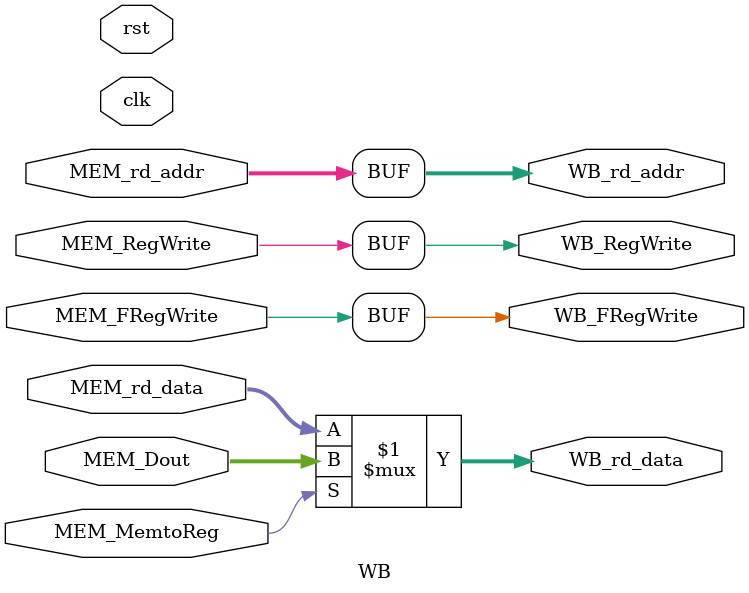
<source format=sv>
module WB(
     input clk,
     input rst,
//---------------------------control unit------------------------------//
     input  MEM_MemtoReg,
     input  MEM_RegWrite,
     input  MEM_FRegWrite,
     input  [31:0] MEM_rd_data, //up    
     input  [31:0] MEM_Dout,    //data from data mem
     input  [4:0] MEM_rd_addr,  //
     
     output reg WB_RegWrite,
     output reg WB_FRegWrite,
     output reg [31:0] WB_rd_data,
     output reg [4:0] WB_rd_addr
);
     assign WB_RegWrite = MEM_RegWrite;
     assign WB_FRegWrite = MEM_FRegWrite;

     assign WB_rd_data  = (MEM_MemtoReg)? MEM_Dout:MEM_rd_data;

     assign WB_rd_addr  = MEM_rd_addr;

endmodule
</source>
